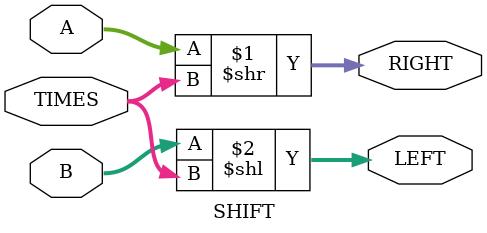
<source format=v>
module SHIFT (A, B, TIMES, RIGHT, LEFT);

    input [7:0] A, B;
    input [2:0] TIMES;
    output [ 7:0] RIGHT, LEFT;

    assign RIGHT = A >> TIMES;
    assign LEFT = B << TIMES;

endmodule
</source>
